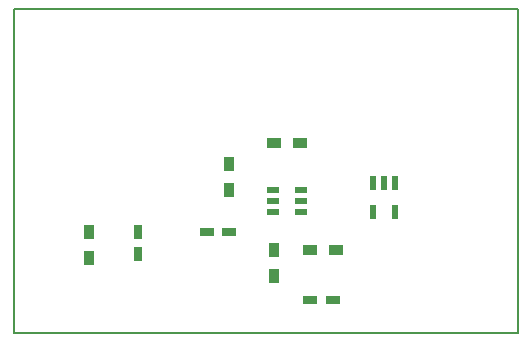
<source format=gbr>
%TF.GenerationSoftware,KiCad,Pcbnew,4.0.7*%
%TF.CreationDate,2018-05-12T14:18:48+02:00*%
%TF.ProjectId,nestbox,6E657374626F782E6B696361645F7063,rev?*%
%TF.FileFunction,Paste,Top*%
%FSLAX46Y46*%
G04 Gerber Fmt 4.6, Leading zero omitted, Abs format (unit mm)*
G04 Created by KiCad (PCBNEW 4.0.7) date 05/12/18 14:18:48*
%MOMM*%
%LPD*%
G01*
G04 APERTURE LIST*
%ADD10C,0.150000*%
%ADD11R,0.590000X1.210000*%
%ADD12R,0.990600X0.609600*%
%ADD13R,0.750000X1.200000*%
%ADD14R,1.200000X0.750000*%
%ADD15R,1.200000X0.900000*%
%ADD16R,0.900000X1.200000*%
G04 APERTURE END LIST*
D10*
X155150000Y-121050000D02*
X156500000Y-121050000D01*
X156500000Y-93600000D02*
X156500000Y-121050000D01*
X113775000Y-93600000D02*
X156525000Y-93600000D01*
X113775000Y-121050000D02*
X113775000Y-93600000D01*
X155175000Y-121050000D02*
X113775000Y-121050000D01*
D11*
X146100000Y-108320000D03*
X145150000Y-108320000D03*
X144200000Y-108320000D03*
X144200000Y-110830000D03*
X146100000Y-110830000D03*
D12*
X135764220Y-108960200D03*
X135764220Y-109900000D03*
X135764220Y-110839800D03*
X138085780Y-110839800D03*
X138085780Y-109900000D03*
X138085780Y-108960200D03*
D13*
X124325000Y-112500000D03*
X124325000Y-114400000D03*
D14*
X132050000Y-112500000D03*
X130150000Y-112500000D03*
X140800000Y-118300000D03*
X138900000Y-118300000D03*
D15*
X138050000Y-104925000D03*
X135850000Y-104925000D03*
D16*
X120125000Y-112500000D03*
X120125000Y-114700000D03*
X132050000Y-108975000D03*
X132050000Y-106775000D03*
X135800000Y-114050000D03*
X135800000Y-116250000D03*
D15*
X141100000Y-114050000D03*
X138900000Y-114050000D03*
M02*

</source>
